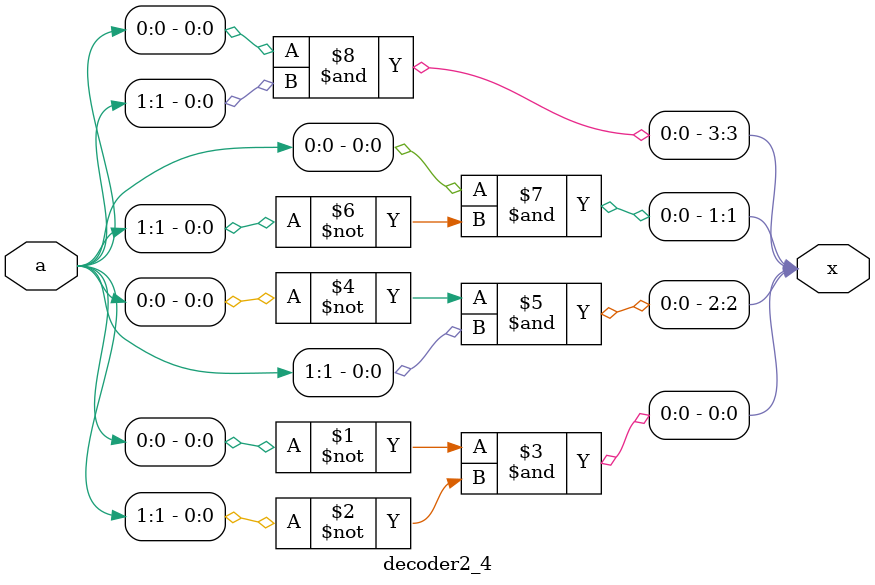
<source format=v>
module decoder2_4 ( a,x );

input [1:0] a;

output[3:0]x;


assign x[0] = (~a[0]) & (~a[1]);
assign x[2] = (~a[0]) & a[1];
assign x[1] = a[0] & (~a[1]);
assign x[3] = a[0] & a[1];

endmodule
</source>
